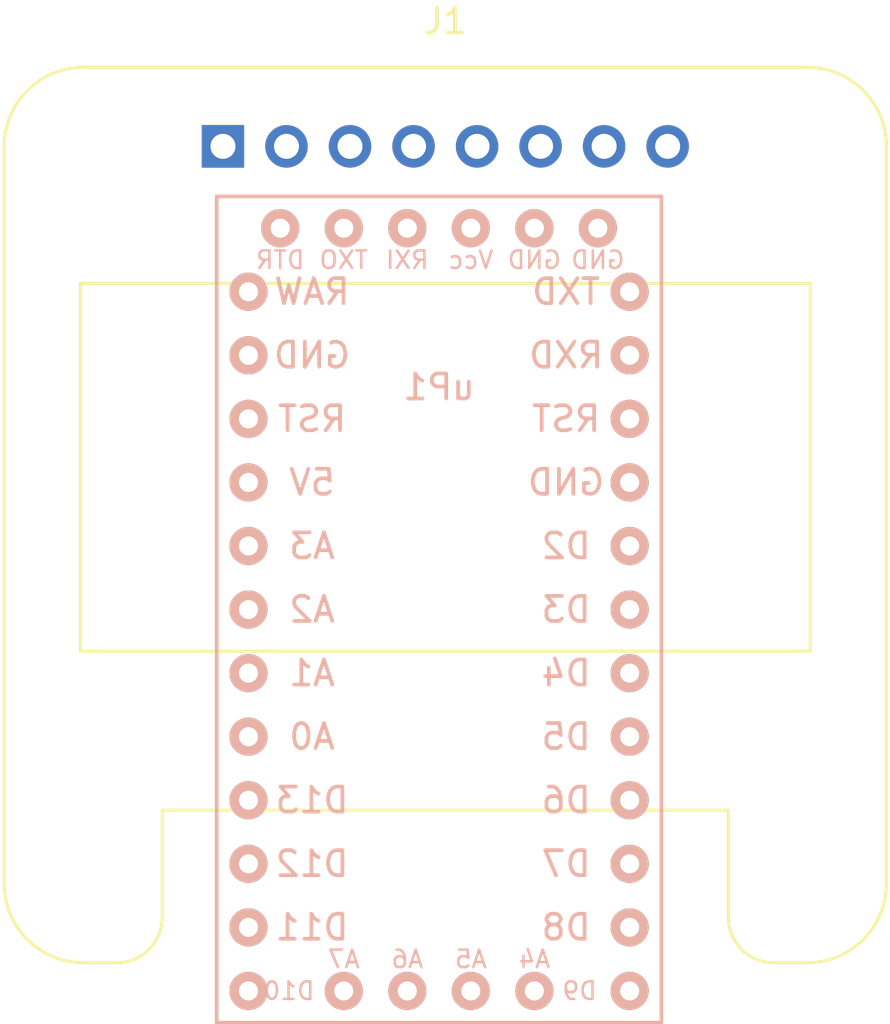
<source format=kicad_pcb>
(kicad_pcb (version 20240108) (generator "pcbnew") (generator_version "8.0")
  (layers (0 "F.Cu" signal) (31 "B.Cu" signal) (34 "B.Paste" user) (35 "F.Paste" user) (36 "B.SilkS" user "B.Silkscreen") (37 "F.SilkS" user "F.Silkscreen") (38 "B.Mask" user) (39 "F.Mask" user) (44 "Edge.Cuts" user))
  (net 0 "")
  (footprint "Display:Adafruit_SSD1306" (layer "F.Cu") (at 119.5 69.75)
    (property "Reference" "J1" (at 8.89 -5 0) (layer "F.SilkS"))
    (property "Value" "Conn_01x04_Pin")
    (fp_line (start -8.746 0) (end -8.746 29.464) (stroke (width 0.12)) (layer "F.SilkS"))
    (fp_line (start -5.698 5.478) (end -5.698 20.176) (stroke (width 0.12)) (layer "F.SilkS"))
    (fp_line (start -5.698 5.478) (end 23.478 5.478) (stroke (width 0.12)) (layer "F.SilkS"))
    (fp_line (start -5.698 20.176) (end 23.478 20.176) (stroke (width 0.12)) (layer "F.SilkS"))
    (fp_line (start -4.238 32.622) (end -5.59 32.622) (stroke (width 0.12)) (layer "F.SilkS"))
    (fp_line (start -2.43 26.526) (end -2.43 30.814) (stroke (width 0.12)) (layer "F.SilkS"))
    (fp_line (start -2.43 26.526) (end 20.21 26.526) (stroke (width 0.12)) (layer "F.SilkS"))
    (fp_line (start 20.21 26.526) (end 20.21 30.814) (stroke (width 0.12)) (layer "F.SilkS"))
    (fp_line (start 22.018 32.622) (end 23.37 32.622) (stroke (width 0.12)) (layer "F.SilkS"))
    (fp_line (start 23.368 -3.158) (end -5.588 -3.158) (stroke (width 0.12)) (layer "F.SilkS"))
    (fp_line (start 23.478 5.478) (end 23.478 20.176) (stroke (width 0.12)) (layer "F.SilkS"))
    (fp_line (start 26.526 0) (end 26.526 29.464) (stroke (width 0.12)) (layer "F.SilkS"))
    (fp_arc (start -8.746 0) (mid -7.821043 -2.233043) (end -5.588 -3.158) (stroke (width 0.12)) (layer "F.SilkS"))
    (fp_arc (start -5.588 32.622) (mid -7.821043 31.697043) (end -8.746 29.464) (stroke (width 0.12)) (layer "F.SilkS"))
    (fp_arc (start -2.43 30.812) (mid -2.958137 32.091035) (end -4.236 32.622) (stroke (width 0.12)) (layer "F.SilkS"))
    (fp_arc (start 22.016 32.622) (mid 20.738137 32.091035) (end 20.21 30.812) (stroke (width 0.12)) (layer "F.SilkS"))
    (fp_arc (start 23.368 -3.158) (mid 25.601043 -2.233043) (end 26.526 0) (stroke (width 0.12)) (layer "F.SilkS"))
    (fp_arc (start 26.526 29.464) (mid 25.601043 31.697043) (end 23.368 32.622) (stroke (width 0.12)) (layer "F.SilkS"))
    (pad "" np_thru_hole circle (at -5.588 0) (size 2.7 2.7) (drill 2.7) (layers "*.Cu" "*.Mask"))
    (pad "" np_thru_hole circle (at -5.588 29.464) (size 2.7 2.7) (drill 2.7) (layers "*.Cu" "*.Mask"))
    (pad "" np_thru_hole circle (at 23.368 0) (size 2.7 2.7) (drill 2.7) (layers "*.Cu" "*.Mask"))
    (pad "" np_thru_hole circle (at 23.368 29.464) (size 2.7 2.7) (drill 2.7) (layers "*.Cu" "*.Mask"))
    (pad "1" thru_hole rect (at 0 0) (size 1.7 1.7) (drill 1) (layers "*.Cu" "*.Mask"))
    (pad "2" thru_hole circle (at 2.54 0) (size 1.7 1.7) (drill 1) (layers "*.Cu" "*.Mask"))
    (pad "3" thru_hole circle (at 5.08 0) (size 1.7 1.7) (drill 1) (layers "*.Cu" "*.Mask"))
    (pad "4" thru_hole circle (at 7.62 0) (size 1.7 1.7) (drill 1) (layers "*.Cu" "*.Mask"))
    (pad "5" thru_hole circle (at 10.16 0) (size 1.7 1.7) (drill 1) (layers "*.Cu" "*.Mask"))
    (pad "6" thru_hole circle (at 12.7 0) (size 1.7 1.7) (drill 1) (layers "*.Cu" "*.Mask"))
    (pad "7" thru_hole circle (at 15.24 0) (size 1.7 1.7) (drill 1) (layers "*.Cu" "*.Mask"))
    (pad "8" thru_hole circle (at 17.78 0) (size 1.7 1.7) (drill 1) (layers "*.Cu" "*.Mask"))
  )
  (footprint "Pro mini:Pro_Mini" (layer "B.Cu") (at 135.76 75.56 180)
    (property "Reference" "uP1" (at 7.62 -3.81 180) (layer "B.SilkS") (effects (justify mirror)))
    (property "Value" "ProMini2")
    (fp_line (start 16.51 3.81) (end 16.51 -29.21) (stroke (width 0.15)) (layer "B.SilkS"))
    (fp_line (start 16.51 3.81) (end -1.27 3.81) (stroke (width 0.15)) (layer "B.SilkS"))
    (fp_line (start 16.51 -29.21) (end -1.27 -29.21) (stroke (width 0.15)) (layer "B.SilkS"))
    (fp_line (start -1.27 -29.21) (end -1.27 3.81) (stroke (width 0.15)) (layer "B.SilkS"))
    (fp_text user "TXO" (at 11.43 1.27 180) (layer "B.SilkS") (effects (font (size 0.7 0.7) (thickness 0.1)) (justify mirror)))
    (fp_text user "DTR" (at 13.97 1.27 180) (layer "B.SilkS") (effects (font (size 0.7 0.7) (thickness 0.1)) (justify mirror)))
    (fp_text user "5V" (at 12.7 -7.62 180) (layer "B.SilkS") (effects (justify mirror)))
    (fp_text user "A4" (at 3.81 -26.67 180) (layer "B.SilkS") (effects (font (size 0.7 0.7) (thickness 0.1)) (justify mirror)))
    (fp_text user "GND" (at 12.7 -2.54 180) (layer "B.SilkS") (effects (justify mirror)))
    (fp_text user "A5" (at 6.35 -26.67 180) (layer "B.SilkS") (effects (font (size 0.7 0.7) (thickness 0.1)) (justify mirror)))
    (fp_text user "D5" (at 2.54 -17.78 180) (layer "B.SilkS") (effects (justify mirror)))
    (fp_text user "RXD" (at 2.54 -2.54 180) (layer "B.SilkS") (effects (justify mirror)))
    (fp_text user "A7" (at 11.43 -26.67 180) (layer "B.SilkS") (effects (font (size 0.7 0.7) (thickness 0.1)) (justify mirror)))
    (fp_text user "GND" (at 1.27 1.27 180) (layer "B.SilkS") (effects (font (size 0.7 0.7) (thickness 0.1)) (justify mirror)))
    (fp_text user "Vcc" (at 6.35 1.27 180) (layer "B.SilkS") (effects (font (size 0.7 0.7) (thickness 0.1)) (justify mirror)))
    (fp_text user "RST" (at 12.7 -5.08 180) (layer "B.SilkS") (effects (justify mirror)))
    (fp_text user "D9" (at 2 -27.94 180) (layer "B.SilkS") (effects (font (size 0.7 0.7) (thickness 0.1)) (justify mirror)))
    (fp_text user "D4" (at 2.54 -15.24 180) (layer "B.SilkS") (effects (justify mirror)))
    (fp_text user "D10" (at 13.62 -27.94 180) (layer "B.SilkS") (effects (font (size 0.7 0.7) (thickness 0.1)) (justify mirror)))
    (fp_text user "D12" (at 12.7 -22.86 180) (layer "B.SilkS") (effects (justify mirror)))
    (fp_text user "A0" (at 12.7 -17.78 180) (layer "B.SilkS") (effects (justify mirror)))
    (fp_text user "D13" (at 12.7 -20.32 180) (layer "B.SilkS") (effects (justify mirror)))
    (fp_text user "A2" (at 12.7 -12.7 180) (layer "B.SilkS") (effects (justify mirror)))
    (fp_text user "A6" (at 8.89 -26.67 180) (layer "B.SilkS") (effects (font (size 0.7 0.7) (thickness 0.1)) (justify mirror)))
    (fp_text user "RST" (at 2.54 -5.08 180) (layer "B.SilkS") (effects (justify mirror)))
    (fp_text user "GND" (at 3.81 1.27 180) (layer "B.SilkS") (effects (font (size 0.7 0.7) (thickness 0.1)) (justify mirror)))
    (fp_text user "D3" (at 2.54 -12.7 180) (layer "B.SilkS") (effects (justify mirror)))
    (fp_text user "GND" (at 2.54 -7.62 180) (layer "B.SilkS") (effects (justify mirror)))
    (fp_text user "RXI" (at 8.89 1.27 180) (layer "B.SilkS") (effects (font (size 0.7 0.7) (thickness 0.1)) (justify mirror)))
    (fp_text user "A1" (at 12.7 -15.24 180) (layer "B.SilkS") (effects (justify mirror)))
    (fp_text user "D11" (at 12.7 -25.4 180) (layer "B.SilkS") (effects (justify mirror)))
    (fp_text user "D8" (at 2.54 -25.4 180) (layer "B.SilkS") (effects (justify mirror)))
    (fp_text user "D2" (at 2.54 -10.16 180) (layer "B.SilkS") (effects (justify mirror)))
    (fp_text user "RAW" (at 12.7 0 180) (layer "B.SilkS") (effects (justify mirror)))
    (fp_text user "A3" (at 12.7 -10.16 180) (layer "B.SilkS") (effects (justify mirror)))
    (fp_text user "D6" (at 2.54 -20.32 180) (layer "B.SilkS") (effects (justify mirror)))
    (fp_text user "D7" (at 2.54 -22.86 180) (layer "B.SilkS") (effects (justify mirror)))
    (fp_text user "TXD" (at 2.54 0 180) (layer "B.SilkS") (effects (justify mirror)))
    (pad "1" thru_hole circle (at 1.27 2.54 180) (size 1.524 1.524) (drill 0.762) (layers "*.Cu" "*.Mask" "B.SilkS"))
    (pad "2" thru_hole circle (at 3.81 2.54 180) (size 1.524 1.524) (drill 0.762) (layers "*.Cu" "*.Mask" "B.SilkS"))
    (pad "3" thru_hole circle (at 6.35 2.54 180) (size 1.524 1.524) (drill 0.762) (layers "*.Cu" "*.Mask" "B.SilkS"))
    (pad "4" thru_hole circle (at 8.89 2.54 180) (size 1.524 1.524) (drill 0.762) (layers "*.Cu" "*.Mask" "B.SilkS"))
    (pad "5" thru_hole circle (at 11.43 2.54 180) (size 1.524 1.524) (drill 0.762) (layers "*.Cu" "*.Mask" "B.SilkS"))
    (pad "6" thru_hole circle (at 13.97 2.54 180) (size 1.524 1.524) (drill 0.762) (layers "*.Cu" "*.Mask" "B.SilkS"))
    (pad "7" thru_hole circle (at 0 0 180) (size 1.524 1.524) (drill 0.762) (layers "*.Cu" "*.Mask" "B.SilkS"))
    (pad "8" thru_hole circle (at 0 -2.54 180) (size 1.524 1.524) (drill 0.762) (layers "*.Cu" "*.Mask" "B.SilkS"))
    (pad "9" thru_hole circle (at 0 -5.08 180) (size 1.524 1.524) (drill 0.762) (layers "*.Cu" "*.Mask" "B.SilkS"))
    (pad "10" thru_hole circle (at 0 -7.62 180) (size 1.524 1.524) (drill 0.762) (layers "*.Cu" "*.Mask" "B.SilkS"))
    (pad "11" thru_hole circle (at 0 -10.16 180) (size 1.524 1.524) (drill 0.762) (layers "*.Cu" "*.Mask" "B.SilkS"))
    (pad "12" thru_hole circle (at 0 -12.7 180) (size 1.524 1.524) (drill 0.762) (layers "*.Cu" "*.Mask" "B.SilkS"))
    (pad "13" thru_hole circle (at 0 -15.24 180) (size 1.524 1.524) (drill 0.762) (layers "*.Cu" "*.Mask" "B.SilkS"))
    (pad "14" thru_hole circle (at 0 -17.78 180) (size 1.524 1.524) (drill 0.762) (layers "*.Cu" "*.Mask" "B.SilkS"))
    (pad "15" thru_hole circle (at 0 -20.32 180) (size 1.524 1.524) (drill 0.762) (layers "*.Cu" "*.Mask" "B.SilkS"))
    (pad "16" thru_hole circle (at 0 -22.86 180) (size 1.524 1.524) (drill 0.762) (layers "*.Cu" "*.Mask" "B.SilkS"))
    (pad "17" thru_hole circle (at 0 -25.4 180) (size 1.524 1.524) (drill 0.762) (layers "*.Cu" "*.Mask" "B.SilkS"))
    (pad "18" thru_hole circle (at 0 -27.94 180) (size 1.524 1.524) (drill 0.762) (layers "*.Cu" "*.Mask" "B.SilkS"))
    (pad "19" thru_hole circle (at 15.24 0 180) (size 1.524 1.524) (drill 0.762) (layers "*.Cu" "*.Mask" "B.SilkS"))
    (pad "20" thru_hole circle (at 15.24 -2.54 180) (size 1.524 1.524) (drill 0.762) (layers "*.Cu" "*.Mask" "B.SilkS"))
    (pad "21" thru_hole circle (at 15.24 -5.08 180) (size 1.524 1.524) (drill 0.762) (layers "*.Cu" "*.Mask" "B.SilkS"))
    (pad "22" thru_hole circle (at 15.24 -7.62 180) (size 1.524 1.524) (drill 0.762) (layers "*.Cu" "*.Mask" "B.SilkS"))
    (pad "23" thru_hole circle (at 15.24 -10.16 180) (size 1.524 1.524) (drill 0.762) (layers "*.Cu" "*.Mask" "B.SilkS"))
    (pad "24" thru_hole circle (at 15.24 -12.7 180) (size 1.524 1.524) (drill 0.762) (layers "*.Cu" "*.Mask" "B.SilkS"))
    (pad "25" thru_hole circle (at 15.24 -15.24 180) (size 1.524 1.524) (drill 0.762) (layers "*.Cu" "*.Mask" "B.SilkS"))
    (pad "26" thru_hole circle (at 15.24 -17.78 180) (size 1.524 1.524) (drill 0.762) (layers "*.Cu" "*.Mask" "B.SilkS"))
    (pad "27" thru_hole circle (at 15.24 -20.32 180) (size 1.524 1.524) (drill 0.762) (layers "*.Cu" "*.Mask" "B.SilkS"))
    (pad "28" thru_hole circle (at 15.24 -22.86 180) (size 1.524 1.524) (drill 0.762) (layers "*.Cu" "*.Mask" "B.SilkS"))
    (pad "29" thru_hole circle (at 15.24 -25.4 180) (size 1.524 1.524) (drill 0.762) (layers "*.Cu" "*.Mask" "B.SilkS"))
    (pad "30" thru_hole circle (at 15.24 -27.94 180) (size 1.524 1.524) (drill 0.762) (layers "*.Cu" "*.Mask" "B.SilkS"))
    (pad "31" thru_hole circle (at 3.81 -27.94 180) (size 1.524 1.524) (drill 0.762) (layers "*.Cu" "*.Mask" "B.SilkS"))
    (pad "32" thru_hole circle (at 6.35 -27.94 180) (size 1.524 1.524) (drill 0.762) (layers "*.Cu" "*.Mask" "B.SilkS"))
    (pad "33" thru_hole circle (at 8.89 -27.94 180) (size 1.524 1.524) (drill 0.762) (layers "*.Cu" "*.Mask" "B.SilkS"))
    (pad "34" thru_hole circle (at 11.43 -27.94 180) (size 1.524 1.524) (drill 0.762) (layers "*.Cu" "*.Mask" "B.SilkS"))
  )
)
</source>
